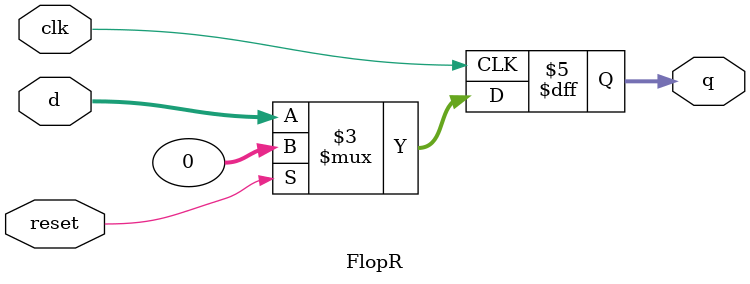
<source format=sv>
`timescale 1ns / 1ps

module FlopR (
    input logic clk,
    reset,
    input logic [31:0] d,
    output logic [31:0] q
);

  always_ff @(posedge clk)
    if (reset) q <= 32'b0;
    else q <= d;

endmodule

</source>
